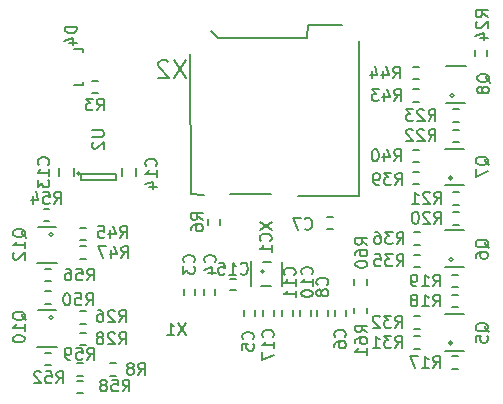
<source format=gbo>
G04 #@! TF.FileFunction,Legend,Bot*
%FSLAX46Y46*%
G04 Gerber Fmt 4.6, Leading zero omitted, Abs format (unit mm)*
G04 Created by KiCad (PCBNEW (2015-01-16 BZR 5376)-product) date 31.05.2015 18:22:37*
%MOMM*%
G01*
G04 APERTURE LIST*
%ADD10C,0.100000*%
%ADD11C,0.150000*%
%ADD12C,0.200000*%
G04 APERTURE END LIST*
D10*
D11*
X105835000Y-78955600D02*
X106419200Y-79514400D01*
X106419200Y-79514400D02*
X113988400Y-79565200D01*
X113988400Y-79565200D02*
X114039200Y-78396800D01*
X114039200Y-78396800D02*
X116934800Y-78447600D01*
X105225400Y-92824000D02*
X104133200Y-92773200D01*
X104133200Y-92773200D02*
X104082400Y-80860600D01*
X110940400Y-92747800D02*
X107409800Y-92773200D01*
X118357200Y-79793800D02*
X118357200Y-92925600D01*
X118357200Y-92925600D02*
X113201000Y-92925600D01*
X111175000Y-102550000D02*
X111175000Y-103050000D01*
X110225000Y-103050000D02*
X110225000Y-102550000D01*
X97250000Y-107075000D02*
X97750000Y-107075000D01*
X97750000Y-108125000D02*
X97250000Y-108125000D01*
X126750000Y-107525000D02*
X126250000Y-107525000D01*
X126250000Y-106475000D02*
X126750000Y-106475000D01*
X126750000Y-102325000D02*
X126250000Y-102325000D01*
X126250000Y-101275000D02*
X126750000Y-101275000D01*
X126750000Y-100625000D02*
X126250000Y-100625000D01*
X126250000Y-99575000D02*
X126750000Y-99575000D01*
X126850000Y-95325000D02*
X126350000Y-95325000D01*
X126350000Y-94275000D02*
X126850000Y-94275000D01*
X126850000Y-93625000D02*
X126350000Y-93625000D01*
X126350000Y-92575000D02*
X126850000Y-92575000D01*
X126850000Y-88325000D02*
X126350000Y-88325000D01*
X126350000Y-87275000D02*
X126850000Y-87275000D01*
X126850000Y-86625000D02*
X126350000Y-86625000D01*
X126350000Y-85575000D02*
X126850000Y-85575000D01*
X129225000Y-80550000D02*
X129225000Y-81050000D01*
X128175000Y-81050000D02*
X128175000Y-80550000D01*
X104475000Y-100750000D02*
X104475000Y-101250000D01*
X103525000Y-101250000D02*
X103525000Y-100750000D01*
X106175000Y-100750000D02*
X106175000Y-101250000D01*
X105225000Y-101250000D02*
X105225000Y-100750000D01*
X109575000Y-102550000D02*
X109575000Y-103050000D01*
X108625000Y-103050000D02*
X108625000Y-102550000D01*
X117275000Y-102550000D02*
X117275000Y-103050000D01*
X116325000Y-103050000D02*
X116325000Y-102550000D01*
X115650000Y-94725000D02*
X116150000Y-94725000D01*
X116150000Y-95675000D02*
X115650000Y-95675000D01*
X115775000Y-102550000D02*
X115775000Y-103050000D01*
X114825000Y-103050000D02*
X114825000Y-102550000D01*
X114275000Y-102550000D02*
X114275000Y-103050000D01*
X113325000Y-103050000D02*
X113325000Y-102550000D01*
X112775000Y-102550000D02*
X112775000Y-103050000D01*
X111825000Y-103050000D02*
X111825000Y-102550000D01*
X107450000Y-99925000D02*
X107950000Y-99925000D01*
X107950000Y-100875000D02*
X107450000Y-100875000D01*
X96250000Y-84225000D02*
X95750000Y-84225000D01*
X95750000Y-83175000D02*
X96250000Y-83175000D01*
X106625000Y-94850000D02*
X106625000Y-95350000D01*
X105575000Y-95350000D02*
X105575000Y-94850000D01*
X94700000Y-91000000D02*
G75*
G03X94700000Y-91000000I-100000J0D01*
G01*
X94850000Y-91550000D02*
X94850000Y-91050000D01*
X97750000Y-91550000D02*
X94850000Y-91550000D01*
X97750000Y-91050000D02*
X97750000Y-91550000D01*
X94850000Y-91050000D02*
X97750000Y-91050000D01*
X109200000Y-100500000D02*
X109200000Y-98400000D01*
X110100000Y-100500000D02*
X110900000Y-100500000D01*
X111800000Y-98500000D02*
X111800000Y-100500000D01*
X110200000Y-98500000D02*
X110900000Y-98500000D01*
X110300000Y-99300000D02*
G75*
G03X110300000Y-99300000I-100000J0D01*
G01*
X94750000Y-102675000D02*
X95250000Y-102675000D01*
X95250000Y-103725000D02*
X94750000Y-103725000D01*
X94750000Y-104475000D02*
X95250000Y-104475000D01*
X95250000Y-105525000D02*
X94750000Y-105525000D01*
X123550000Y-105825000D02*
X123050000Y-105825000D01*
X123050000Y-104775000D02*
X123550000Y-104775000D01*
X123550000Y-104125000D02*
X123050000Y-104125000D01*
X123050000Y-103075000D02*
X123550000Y-103075000D01*
X123550000Y-98925000D02*
X123050000Y-98925000D01*
X123050000Y-97875000D02*
X123550000Y-97875000D01*
X123550000Y-97025000D02*
X123050000Y-97025000D01*
X123050000Y-95975000D02*
X123550000Y-95975000D01*
X122950000Y-90875000D02*
X123450000Y-90875000D01*
X123450000Y-91925000D02*
X122950000Y-91925000D01*
X122950000Y-88975000D02*
X123450000Y-88975000D01*
X123450000Y-90025000D02*
X122950000Y-90025000D01*
X122950000Y-83875000D02*
X123450000Y-83875000D01*
X123450000Y-84925000D02*
X122950000Y-84925000D01*
X122950000Y-81975000D02*
X123450000Y-81975000D01*
X123450000Y-83025000D02*
X122950000Y-83025000D01*
X95250000Y-96625000D02*
X94750000Y-96625000D01*
X94750000Y-95575000D02*
X95250000Y-95575000D01*
X95250000Y-98225000D02*
X94750000Y-98225000D01*
X94750000Y-97175000D02*
X95250000Y-97175000D01*
X127281200Y-102910800D02*
X125604800Y-102910800D01*
X127230400Y-106009600D02*
X125655600Y-106009600D01*
X126284922Y-105372060D02*
G75*
G03X126284922Y-105372060I-167042J0D01*
G01*
X127281200Y-95810800D02*
X125604800Y-95810800D01*
X127230400Y-98909600D02*
X125655600Y-98909600D01*
X126284922Y-98272060D02*
G75*
G03X126284922Y-98272060I-167042J0D01*
G01*
X127281200Y-88910800D02*
X125604800Y-88910800D01*
X127230400Y-92009600D02*
X125655600Y-92009600D01*
X126284922Y-91372060D02*
G75*
G03X126284922Y-91372060I-167042J0D01*
G01*
X127381200Y-81910800D02*
X125704800Y-81910800D01*
X127330400Y-85009600D02*
X125755600Y-85009600D01*
X126384922Y-84372060D02*
G75*
G03X126384922Y-84372060I-167042J0D01*
G01*
X91118800Y-105689200D02*
X92795200Y-105689200D01*
X91169600Y-102590400D02*
X92744400Y-102590400D01*
X92449162Y-103227940D02*
G75*
G03X92449162Y-103227940I-167042J0D01*
G01*
X91118800Y-98589200D02*
X92795200Y-98589200D01*
X91169600Y-95490400D02*
X92744400Y-95490400D01*
X92449162Y-96127940D02*
G75*
G03X92449162Y-96127940I-167042J0D01*
G01*
X91750000Y-100975000D02*
X92250000Y-100975000D01*
X92250000Y-102025000D02*
X91750000Y-102025000D01*
X91750000Y-106175000D02*
X92250000Y-106175000D01*
X92250000Y-107225000D02*
X91750000Y-107225000D01*
X91650000Y-93975000D02*
X92150000Y-93975000D01*
X92150000Y-95025000D02*
X91650000Y-95025000D01*
X91750000Y-99075000D02*
X92250000Y-99075000D01*
X92250000Y-100125000D02*
X91750000Y-100125000D01*
X93000000Y-90550000D02*
X93000000Y-91250000D01*
X94200000Y-91250000D02*
X94200000Y-90550000D01*
X99500000Y-91250000D02*
X99500000Y-90550000D01*
X98300000Y-90550000D02*
X98300000Y-91250000D01*
X94450000Y-108575000D02*
X94950000Y-108575000D01*
X94950000Y-109625000D02*
X94450000Y-109625000D01*
X94450000Y-107075000D02*
X94950000Y-107075000D01*
X94950000Y-108125000D02*
X94450000Y-108125000D01*
X94950240Y-80700840D02*
X94950240Y-80749100D01*
X94249200Y-83499820D02*
X94950240Y-83499820D01*
X94950240Y-83499820D02*
X94950240Y-83250900D01*
X94950240Y-80700840D02*
X94950240Y-80500180D01*
X94950240Y-80500180D02*
X94249200Y-80500180D01*
X117975000Y-100450000D02*
X117975000Y-99950000D01*
X119025000Y-99950000D02*
X119025000Y-100450000D01*
X117975000Y-102850000D02*
X117975000Y-102350000D01*
X119025000Y-102350000D02*
X119025000Y-102850000D01*
X103714285Y-81378571D02*
X102714285Y-82878571D01*
X102714285Y-81378571D02*
X103714285Y-82878571D01*
X102214286Y-81521429D02*
X102142857Y-81450000D01*
X102000000Y-81378571D01*
X101642857Y-81378571D01*
X101500000Y-81450000D01*
X101428571Y-81521429D01*
X101357143Y-81664286D01*
X101357143Y-81807143D01*
X101428571Y-82021429D01*
X102285714Y-82878571D01*
X101357143Y-82878571D01*
X111057143Y-104857143D02*
X111104762Y-104809524D01*
X111152381Y-104666667D01*
X111152381Y-104571429D01*
X111104762Y-104428571D01*
X111009524Y-104333333D01*
X110914286Y-104285714D01*
X110723810Y-104238095D01*
X110580952Y-104238095D01*
X110390476Y-104285714D01*
X110295238Y-104333333D01*
X110200000Y-104428571D01*
X110152381Y-104571429D01*
X110152381Y-104666667D01*
X110200000Y-104809524D01*
X110247619Y-104857143D01*
X111152381Y-105809524D02*
X111152381Y-105238095D01*
X111152381Y-105523809D02*
X110152381Y-105523809D01*
X110295238Y-105428571D01*
X110390476Y-105333333D01*
X110438095Y-105238095D01*
X110152381Y-106142857D02*
X110152381Y-106809524D01*
X111152381Y-106380952D01*
X99666666Y-108052381D02*
X100000000Y-107576190D01*
X100238095Y-108052381D02*
X100238095Y-107052381D01*
X99857142Y-107052381D01*
X99761904Y-107100000D01*
X99714285Y-107147619D01*
X99666666Y-107242857D01*
X99666666Y-107385714D01*
X99714285Y-107480952D01*
X99761904Y-107528571D01*
X99857142Y-107576190D01*
X100238095Y-107576190D01*
X99095238Y-107480952D02*
X99190476Y-107433333D01*
X99238095Y-107385714D01*
X99285714Y-107290476D01*
X99285714Y-107242857D01*
X99238095Y-107147619D01*
X99190476Y-107100000D01*
X99095238Y-107052381D01*
X98904761Y-107052381D01*
X98809523Y-107100000D01*
X98761904Y-107147619D01*
X98714285Y-107242857D01*
X98714285Y-107290476D01*
X98761904Y-107385714D01*
X98809523Y-107433333D01*
X98904761Y-107480952D01*
X99095238Y-107480952D01*
X99190476Y-107528571D01*
X99238095Y-107576190D01*
X99285714Y-107671429D01*
X99285714Y-107861905D01*
X99238095Y-107957143D01*
X99190476Y-108004762D01*
X99095238Y-108052381D01*
X98904761Y-108052381D01*
X98809523Y-108004762D01*
X98761904Y-107957143D01*
X98714285Y-107861905D01*
X98714285Y-107671429D01*
X98761904Y-107576190D01*
X98809523Y-107528571D01*
X98904761Y-107480952D01*
X124642857Y-107452381D02*
X124976191Y-106976190D01*
X125214286Y-107452381D02*
X125214286Y-106452381D01*
X124833333Y-106452381D01*
X124738095Y-106500000D01*
X124690476Y-106547619D01*
X124642857Y-106642857D01*
X124642857Y-106785714D01*
X124690476Y-106880952D01*
X124738095Y-106928571D01*
X124833333Y-106976190D01*
X125214286Y-106976190D01*
X123690476Y-107452381D02*
X124261905Y-107452381D01*
X123976191Y-107452381D02*
X123976191Y-106452381D01*
X124071429Y-106595238D01*
X124166667Y-106690476D01*
X124261905Y-106738095D01*
X123357143Y-106452381D02*
X122690476Y-106452381D01*
X123119048Y-107452381D01*
X124642857Y-102252381D02*
X124976191Y-101776190D01*
X125214286Y-102252381D02*
X125214286Y-101252381D01*
X124833333Y-101252381D01*
X124738095Y-101300000D01*
X124690476Y-101347619D01*
X124642857Y-101442857D01*
X124642857Y-101585714D01*
X124690476Y-101680952D01*
X124738095Y-101728571D01*
X124833333Y-101776190D01*
X125214286Y-101776190D01*
X123690476Y-102252381D02*
X124261905Y-102252381D01*
X123976191Y-102252381D02*
X123976191Y-101252381D01*
X124071429Y-101395238D01*
X124166667Y-101490476D01*
X124261905Y-101538095D01*
X123119048Y-101680952D02*
X123214286Y-101633333D01*
X123261905Y-101585714D01*
X123309524Y-101490476D01*
X123309524Y-101442857D01*
X123261905Y-101347619D01*
X123214286Y-101300000D01*
X123119048Y-101252381D01*
X122928571Y-101252381D01*
X122833333Y-101300000D01*
X122785714Y-101347619D01*
X122738095Y-101442857D01*
X122738095Y-101490476D01*
X122785714Y-101585714D01*
X122833333Y-101633333D01*
X122928571Y-101680952D01*
X123119048Y-101680952D01*
X123214286Y-101728571D01*
X123261905Y-101776190D01*
X123309524Y-101871429D01*
X123309524Y-102061905D01*
X123261905Y-102157143D01*
X123214286Y-102204762D01*
X123119048Y-102252381D01*
X122928571Y-102252381D01*
X122833333Y-102204762D01*
X122785714Y-102157143D01*
X122738095Y-102061905D01*
X122738095Y-101871429D01*
X122785714Y-101776190D01*
X122833333Y-101728571D01*
X122928571Y-101680952D01*
X124642857Y-100552381D02*
X124976191Y-100076190D01*
X125214286Y-100552381D02*
X125214286Y-99552381D01*
X124833333Y-99552381D01*
X124738095Y-99600000D01*
X124690476Y-99647619D01*
X124642857Y-99742857D01*
X124642857Y-99885714D01*
X124690476Y-99980952D01*
X124738095Y-100028571D01*
X124833333Y-100076190D01*
X125214286Y-100076190D01*
X123690476Y-100552381D02*
X124261905Y-100552381D01*
X123976191Y-100552381D02*
X123976191Y-99552381D01*
X124071429Y-99695238D01*
X124166667Y-99790476D01*
X124261905Y-99838095D01*
X123214286Y-100552381D02*
X123023810Y-100552381D01*
X122928571Y-100504762D01*
X122880952Y-100457143D01*
X122785714Y-100314286D01*
X122738095Y-100123810D01*
X122738095Y-99742857D01*
X122785714Y-99647619D01*
X122833333Y-99600000D01*
X122928571Y-99552381D01*
X123119048Y-99552381D01*
X123214286Y-99600000D01*
X123261905Y-99647619D01*
X123309524Y-99742857D01*
X123309524Y-99980952D01*
X123261905Y-100076190D01*
X123214286Y-100123810D01*
X123119048Y-100171429D01*
X122928571Y-100171429D01*
X122833333Y-100123810D01*
X122785714Y-100076190D01*
X122738095Y-99980952D01*
X124742857Y-95252381D02*
X125076191Y-94776190D01*
X125314286Y-95252381D02*
X125314286Y-94252381D01*
X124933333Y-94252381D01*
X124838095Y-94300000D01*
X124790476Y-94347619D01*
X124742857Y-94442857D01*
X124742857Y-94585714D01*
X124790476Y-94680952D01*
X124838095Y-94728571D01*
X124933333Y-94776190D01*
X125314286Y-94776190D01*
X124361905Y-94347619D02*
X124314286Y-94300000D01*
X124219048Y-94252381D01*
X123980952Y-94252381D01*
X123885714Y-94300000D01*
X123838095Y-94347619D01*
X123790476Y-94442857D01*
X123790476Y-94538095D01*
X123838095Y-94680952D01*
X124409524Y-95252381D01*
X123790476Y-95252381D01*
X123171429Y-94252381D02*
X123076190Y-94252381D01*
X122980952Y-94300000D01*
X122933333Y-94347619D01*
X122885714Y-94442857D01*
X122838095Y-94633333D01*
X122838095Y-94871429D01*
X122885714Y-95061905D01*
X122933333Y-95157143D01*
X122980952Y-95204762D01*
X123076190Y-95252381D01*
X123171429Y-95252381D01*
X123266667Y-95204762D01*
X123314286Y-95157143D01*
X123361905Y-95061905D01*
X123409524Y-94871429D01*
X123409524Y-94633333D01*
X123361905Y-94442857D01*
X123314286Y-94347619D01*
X123266667Y-94300000D01*
X123171429Y-94252381D01*
X124742857Y-93552381D02*
X125076191Y-93076190D01*
X125314286Y-93552381D02*
X125314286Y-92552381D01*
X124933333Y-92552381D01*
X124838095Y-92600000D01*
X124790476Y-92647619D01*
X124742857Y-92742857D01*
X124742857Y-92885714D01*
X124790476Y-92980952D01*
X124838095Y-93028571D01*
X124933333Y-93076190D01*
X125314286Y-93076190D01*
X124361905Y-92647619D02*
X124314286Y-92600000D01*
X124219048Y-92552381D01*
X123980952Y-92552381D01*
X123885714Y-92600000D01*
X123838095Y-92647619D01*
X123790476Y-92742857D01*
X123790476Y-92838095D01*
X123838095Y-92980952D01*
X124409524Y-93552381D01*
X123790476Y-93552381D01*
X122838095Y-93552381D02*
X123409524Y-93552381D01*
X123123810Y-93552381D02*
X123123810Y-92552381D01*
X123219048Y-92695238D01*
X123314286Y-92790476D01*
X123409524Y-92838095D01*
X124242857Y-88252381D02*
X124576191Y-87776190D01*
X124814286Y-88252381D02*
X124814286Y-87252381D01*
X124433333Y-87252381D01*
X124338095Y-87300000D01*
X124290476Y-87347619D01*
X124242857Y-87442857D01*
X124242857Y-87585714D01*
X124290476Y-87680952D01*
X124338095Y-87728571D01*
X124433333Y-87776190D01*
X124814286Y-87776190D01*
X123861905Y-87347619D02*
X123814286Y-87300000D01*
X123719048Y-87252381D01*
X123480952Y-87252381D01*
X123385714Y-87300000D01*
X123338095Y-87347619D01*
X123290476Y-87442857D01*
X123290476Y-87538095D01*
X123338095Y-87680952D01*
X123909524Y-88252381D01*
X123290476Y-88252381D01*
X122909524Y-87347619D02*
X122861905Y-87300000D01*
X122766667Y-87252381D01*
X122528571Y-87252381D01*
X122433333Y-87300000D01*
X122385714Y-87347619D01*
X122338095Y-87442857D01*
X122338095Y-87538095D01*
X122385714Y-87680952D01*
X122957143Y-88252381D01*
X122338095Y-88252381D01*
X124242857Y-86552381D02*
X124576191Y-86076190D01*
X124814286Y-86552381D02*
X124814286Y-85552381D01*
X124433333Y-85552381D01*
X124338095Y-85600000D01*
X124290476Y-85647619D01*
X124242857Y-85742857D01*
X124242857Y-85885714D01*
X124290476Y-85980952D01*
X124338095Y-86028571D01*
X124433333Y-86076190D01*
X124814286Y-86076190D01*
X123861905Y-85647619D02*
X123814286Y-85600000D01*
X123719048Y-85552381D01*
X123480952Y-85552381D01*
X123385714Y-85600000D01*
X123338095Y-85647619D01*
X123290476Y-85742857D01*
X123290476Y-85838095D01*
X123338095Y-85980952D01*
X123909524Y-86552381D01*
X123290476Y-86552381D01*
X122957143Y-85552381D02*
X122338095Y-85552381D01*
X122671429Y-85933333D01*
X122528571Y-85933333D01*
X122433333Y-85980952D01*
X122385714Y-86028571D01*
X122338095Y-86123810D01*
X122338095Y-86361905D01*
X122385714Y-86457143D01*
X122433333Y-86504762D01*
X122528571Y-86552381D01*
X122814286Y-86552381D01*
X122909524Y-86504762D01*
X122957143Y-86457143D01*
X129252381Y-77757143D02*
X128776190Y-77423809D01*
X129252381Y-77185714D02*
X128252381Y-77185714D01*
X128252381Y-77566667D01*
X128300000Y-77661905D01*
X128347619Y-77709524D01*
X128442857Y-77757143D01*
X128585714Y-77757143D01*
X128680952Y-77709524D01*
X128728571Y-77661905D01*
X128776190Y-77566667D01*
X128776190Y-77185714D01*
X128347619Y-78138095D02*
X128300000Y-78185714D01*
X128252381Y-78280952D01*
X128252381Y-78519048D01*
X128300000Y-78614286D01*
X128347619Y-78661905D01*
X128442857Y-78709524D01*
X128538095Y-78709524D01*
X128680952Y-78661905D01*
X129252381Y-78090476D01*
X129252381Y-78709524D01*
X128585714Y-79566667D02*
X129252381Y-79566667D01*
X128204762Y-79328571D02*
X128919048Y-79090476D01*
X128919048Y-79709524D01*
X104357143Y-98533334D02*
X104404762Y-98485715D01*
X104452381Y-98342858D01*
X104452381Y-98247620D01*
X104404762Y-98104762D01*
X104309524Y-98009524D01*
X104214286Y-97961905D01*
X104023810Y-97914286D01*
X103880952Y-97914286D01*
X103690476Y-97961905D01*
X103595238Y-98009524D01*
X103500000Y-98104762D01*
X103452381Y-98247620D01*
X103452381Y-98342858D01*
X103500000Y-98485715D01*
X103547619Y-98533334D01*
X103452381Y-98866667D02*
X103452381Y-99485715D01*
X103833333Y-99152381D01*
X103833333Y-99295239D01*
X103880952Y-99390477D01*
X103928571Y-99438096D01*
X104023810Y-99485715D01*
X104261905Y-99485715D01*
X104357143Y-99438096D01*
X104404762Y-99390477D01*
X104452381Y-99295239D01*
X104452381Y-99009524D01*
X104404762Y-98914286D01*
X104357143Y-98866667D01*
X106157143Y-98533334D02*
X106204762Y-98485715D01*
X106252381Y-98342858D01*
X106252381Y-98247620D01*
X106204762Y-98104762D01*
X106109524Y-98009524D01*
X106014286Y-97961905D01*
X105823810Y-97914286D01*
X105680952Y-97914286D01*
X105490476Y-97961905D01*
X105395238Y-98009524D01*
X105300000Y-98104762D01*
X105252381Y-98247620D01*
X105252381Y-98342858D01*
X105300000Y-98485715D01*
X105347619Y-98533334D01*
X105585714Y-99390477D02*
X106252381Y-99390477D01*
X105204762Y-99152381D02*
X105919048Y-98914286D01*
X105919048Y-99533334D01*
X109357143Y-105033334D02*
X109404762Y-104985715D01*
X109452381Y-104842858D01*
X109452381Y-104747620D01*
X109404762Y-104604762D01*
X109309524Y-104509524D01*
X109214286Y-104461905D01*
X109023810Y-104414286D01*
X108880952Y-104414286D01*
X108690476Y-104461905D01*
X108595238Y-104509524D01*
X108500000Y-104604762D01*
X108452381Y-104747620D01*
X108452381Y-104842858D01*
X108500000Y-104985715D01*
X108547619Y-105033334D01*
X108452381Y-105938096D02*
X108452381Y-105461905D01*
X108928571Y-105414286D01*
X108880952Y-105461905D01*
X108833333Y-105557143D01*
X108833333Y-105795239D01*
X108880952Y-105890477D01*
X108928571Y-105938096D01*
X109023810Y-105985715D01*
X109261905Y-105985715D01*
X109357143Y-105938096D01*
X109404762Y-105890477D01*
X109452381Y-105795239D01*
X109452381Y-105557143D01*
X109404762Y-105461905D01*
X109357143Y-105414286D01*
X117157143Y-104833334D02*
X117204762Y-104785715D01*
X117252381Y-104642858D01*
X117252381Y-104547620D01*
X117204762Y-104404762D01*
X117109524Y-104309524D01*
X117014286Y-104261905D01*
X116823810Y-104214286D01*
X116680952Y-104214286D01*
X116490476Y-104261905D01*
X116395238Y-104309524D01*
X116300000Y-104404762D01*
X116252381Y-104547620D01*
X116252381Y-104642858D01*
X116300000Y-104785715D01*
X116347619Y-104833334D01*
X116252381Y-105690477D02*
X116252381Y-105500000D01*
X116300000Y-105404762D01*
X116347619Y-105357143D01*
X116490476Y-105261905D01*
X116680952Y-105214286D01*
X117061905Y-105214286D01*
X117157143Y-105261905D01*
X117204762Y-105309524D01*
X117252381Y-105404762D01*
X117252381Y-105595239D01*
X117204762Y-105690477D01*
X117157143Y-105738096D01*
X117061905Y-105785715D01*
X116823810Y-105785715D01*
X116728571Y-105738096D01*
X116680952Y-105690477D01*
X116633333Y-105595239D01*
X116633333Y-105404762D01*
X116680952Y-105309524D01*
X116728571Y-105261905D01*
X116823810Y-105214286D01*
X113766666Y-95657143D02*
X113814285Y-95704762D01*
X113957142Y-95752381D01*
X114052380Y-95752381D01*
X114195238Y-95704762D01*
X114290476Y-95609524D01*
X114338095Y-95514286D01*
X114385714Y-95323810D01*
X114385714Y-95180952D01*
X114338095Y-94990476D01*
X114290476Y-94895238D01*
X114195238Y-94800000D01*
X114052380Y-94752381D01*
X113957142Y-94752381D01*
X113814285Y-94800000D01*
X113766666Y-94847619D01*
X113433333Y-94752381D02*
X112766666Y-94752381D01*
X113195238Y-95752381D01*
X115657143Y-100433334D02*
X115704762Y-100385715D01*
X115752381Y-100242858D01*
X115752381Y-100147620D01*
X115704762Y-100004762D01*
X115609524Y-99909524D01*
X115514286Y-99861905D01*
X115323810Y-99814286D01*
X115180952Y-99814286D01*
X114990476Y-99861905D01*
X114895238Y-99909524D01*
X114800000Y-100004762D01*
X114752381Y-100147620D01*
X114752381Y-100242858D01*
X114800000Y-100385715D01*
X114847619Y-100433334D01*
X115180952Y-101004762D02*
X115133333Y-100909524D01*
X115085714Y-100861905D01*
X114990476Y-100814286D01*
X114942857Y-100814286D01*
X114847619Y-100861905D01*
X114800000Y-100909524D01*
X114752381Y-101004762D01*
X114752381Y-101195239D01*
X114800000Y-101290477D01*
X114847619Y-101338096D01*
X114942857Y-101385715D01*
X114990476Y-101385715D01*
X115085714Y-101338096D01*
X115133333Y-101290477D01*
X115180952Y-101195239D01*
X115180952Y-101004762D01*
X115228571Y-100909524D01*
X115276190Y-100861905D01*
X115371429Y-100814286D01*
X115561905Y-100814286D01*
X115657143Y-100861905D01*
X115704762Y-100909524D01*
X115752381Y-101004762D01*
X115752381Y-101195239D01*
X115704762Y-101290477D01*
X115657143Y-101338096D01*
X115561905Y-101385715D01*
X115371429Y-101385715D01*
X115276190Y-101338096D01*
X115228571Y-101290477D01*
X115180952Y-101195239D01*
X114357143Y-99547143D02*
X114404762Y-99499524D01*
X114452381Y-99356667D01*
X114452381Y-99261429D01*
X114404762Y-99118571D01*
X114309524Y-99023333D01*
X114214286Y-98975714D01*
X114023810Y-98928095D01*
X113880952Y-98928095D01*
X113690476Y-98975714D01*
X113595238Y-99023333D01*
X113500000Y-99118571D01*
X113452381Y-99261429D01*
X113452381Y-99356667D01*
X113500000Y-99499524D01*
X113547619Y-99547143D01*
X114452381Y-100499524D02*
X114452381Y-99928095D01*
X114452381Y-100213809D02*
X113452381Y-100213809D01*
X113595238Y-100118571D01*
X113690476Y-100023333D01*
X113738095Y-99928095D01*
X113452381Y-101118571D02*
X113452381Y-101213810D01*
X113500000Y-101309048D01*
X113547619Y-101356667D01*
X113642857Y-101404286D01*
X113833333Y-101451905D01*
X114071429Y-101451905D01*
X114261905Y-101404286D01*
X114357143Y-101356667D01*
X114404762Y-101309048D01*
X114452381Y-101213810D01*
X114452381Y-101118571D01*
X114404762Y-101023333D01*
X114357143Y-100975714D01*
X114261905Y-100928095D01*
X114071429Y-100880476D01*
X113833333Y-100880476D01*
X113642857Y-100928095D01*
X113547619Y-100975714D01*
X113500000Y-101023333D01*
X113452381Y-101118571D01*
X112897143Y-99587143D02*
X112944762Y-99539524D01*
X112992381Y-99396667D01*
X112992381Y-99301429D01*
X112944762Y-99158571D01*
X112849524Y-99063333D01*
X112754286Y-99015714D01*
X112563810Y-98968095D01*
X112420952Y-98968095D01*
X112230476Y-99015714D01*
X112135238Y-99063333D01*
X112040000Y-99158571D01*
X111992381Y-99301429D01*
X111992381Y-99396667D01*
X112040000Y-99539524D01*
X112087619Y-99587143D01*
X112992381Y-100539524D02*
X112992381Y-99968095D01*
X112992381Y-100253809D02*
X111992381Y-100253809D01*
X112135238Y-100158571D01*
X112230476Y-100063333D01*
X112278095Y-99968095D01*
X112992381Y-101491905D02*
X112992381Y-100920476D01*
X112992381Y-101206190D02*
X111992381Y-101206190D01*
X112135238Y-101110952D01*
X112230476Y-101015714D01*
X112278095Y-100920476D01*
X108342857Y-99457143D02*
X108390476Y-99504762D01*
X108533333Y-99552381D01*
X108628571Y-99552381D01*
X108771429Y-99504762D01*
X108866667Y-99409524D01*
X108914286Y-99314286D01*
X108961905Y-99123810D01*
X108961905Y-98980952D01*
X108914286Y-98790476D01*
X108866667Y-98695238D01*
X108771429Y-98600000D01*
X108628571Y-98552381D01*
X108533333Y-98552381D01*
X108390476Y-98600000D01*
X108342857Y-98647619D01*
X107390476Y-99552381D02*
X107961905Y-99552381D01*
X107676191Y-99552381D02*
X107676191Y-98552381D01*
X107771429Y-98695238D01*
X107866667Y-98790476D01*
X107961905Y-98838095D01*
X106485714Y-98552381D02*
X106961905Y-98552381D01*
X107009524Y-99028571D01*
X106961905Y-98980952D01*
X106866667Y-98933333D01*
X106628571Y-98933333D01*
X106533333Y-98980952D01*
X106485714Y-99028571D01*
X106438095Y-99123810D01*
X106438095Y-99361905D01*
X106485714Y-99457143D01*
X106533333Y-99504762D01*
X106628571Y-99552381D01*
X106866667Y-99552381D01*
X106961905Y-99504762D01*
X107009524Y-99457143D01*
X96166666Y-85652381D02*
X96500000Y-85176190D01*
X96738095Y-85652381D02*
X96738095Y-84652381D01*
X96357142Y-84652381D01*
X96261904Y-84700000D01*
X96214285Y-84747619D01*
X96166666Y-84842857D01*
X96166666Y-84985714D01*
X96214285Y-85080952D01*
X96261904Y-85128571D01*
X96357142Y-85176190D01*
X96738095Y-85176190D01*
X95833333Y-84652381D02*
X95214285Y-84652381D01*
X95547619Y-85033333D01*
X95404761Y-85033333D01*
X95309523Y-85080952D01*
X95261904Y-85128571D01*
X95214285Y-85223810D01*
X95214285Y-85461905D01*
X95261904Y-85557143D01*
X95309523Y-85604762D01*
X95404761Y-85652381D01*
X95690476Y-85652381D01*
X95785714Y-85604762D01*
X95833333Y-85557143D01*
X105152381Y-94933334D02*
X104676190Y-94600000D01*
X105152381Y-94361905D02*
X104152381Y-94361905D01*
X104152381Y-94742858D01*
X104200000Y-94838096D01*
X104247619Y-94885715D01*
X104342857Y-94933334D01*
X104485714Y-94933334D01*
X104580952Y-94885715D01*
X104628571Y-94838096D01*
X104676190Y-94742858D01*
X104676190Y-94361905D01*
X104152381Y-95790477D02*
X104152381Y-95600000D01*
X104200000Y-95504762D01*
X104247619Y-95457143D01*
X104390476Y-95361905D01*
X104580952Y-95314286D01*
X104961905Y-95314286D01*
X105057143Y-95361905D01*
X105104762Y-95409524D01*
X105152381Y-95504762D01*
X105152381Y-95695239D01*
X105104762Y-95790477D01*
X105057143Y-95838096D01*
X104961905Y-95885715D01*
X104723810Y-95885715D01*
X104628571Y-95838096D01*
X104580952Y-95790477D01*
X104533333Y-95695239D01*
X104533333Y-95504762D01*
X104580952Y-95409524D01*
X104628571Y-95361905D01*
X104723810Y-95314286D01*
D12*
X95752381Y-87338095D02*
X96561905Y-87338095D01*
X96657143Y-87385714D01*
X96704762Y-87433333D01*
X96752381Y-87528571D01*
X96752381Y-87719048D01*
X96704762Y-87814286D01*
X96657143Y-87861905D01*
X96561905Y-87909524D01*
X95752381Y-87909524D01*
X95847619Y-88338095D02*
X95800000Y-88385714D01*
X95752381Y-88480952D01*
X95752381Y-88719048D01*
X95800000Y-88814286D01*
X95847619Y-88861905D01*
X95942857Y-88909524D01*
X96038095Y-88909524D01*
X96180952Y-88861905D01*
X96752381Y-88290476D01*
X96752381Y-88909524D01*
D11*
X109952381Y-95090476D02*
X110952381Y-95757143D01*
X109952381Y-95757143D02*
X110952381Y-95090476D01*
X110857143Y-96709524D02*
X110904762Y-96661905D01*
X110952381Y-96519048D01*
X110952381Y-96423810D01*
X110904762Y-96280952D01*
X110809524Y-96185714D01*
X110714286Y-96138095D01*
X110523810Y-96090476D01*
X110380952Y-96090476D01*
X110190476Y-96138095D01*
X110095238Y-96185714D01*
X110000000Y-96280952D01*
X109952381Y-96423810D01*
X109952381Y-96519048D01*
X110000000Y-96661905D01*
X110047619Y-96709524D01*
X110952381Y-97661905D02*
X110952381Y-97090476D01*
X110952381Y-97376190D02*
X109952381Y-97376190D01*
X110095238Y-97280952D01*
X110190476Y-97185714D01*
X110238095Y-97090476D01*
X98042857Y-103552381D02*
X98376191Y-103076190D01*
X98614286Y-103552381D02*
X98614286Y-102552381D01*
X98233333Y-102552381D01*
X98138095Y-102600000D01*
X98090476Y-102647619D01*
X98042857Y-102742857D01*
X98042857Y-102885714D01*
X98090476Y-102980952D01*
X98138095Y-103028571D01*
X98233333Y-103076190D01*
X98614286Y-103076190D01*
X97661905Y-102647619D02*
X97614286Y-102600000D01*
X97519048Y-102552381D01*
X97280952Y-102552381D01*
X97185714Y-102600000D01*
X97138095Y-102647619D01*
X97090476Y-102742857D01*
X97090476Y-102838095D01*
X97138095Y-102980952D01*
X97709524Y-103552381D01*
X97090476Y-103552381D01*
X96233333Y-102552381D02*
X96423810Y-102552381D01*
X96519048Y-102600000D01*
X96566667Y-102647619D01*
X96661905Y-102790476D01*
X96709524Y-102980952D01*
X96709524Y-103361905D01*
X96661905Y-103457143D01*
X96614286Y-103504762D01*
X96519048Y-103552381D01*
X96328571Y-103552381D01*
X96233333Y-103504762D01*
X96185714Y-103457143D01*
X96138095Y-103361905D01*
X96138095Y-103123810D01*
X96185714Y-103028571D01*
X96233333Y-102980952D01*
X96328571Y-102933333D01*
X96519048Y-102933333D01*
X96614286Y-102980952D01*
X96661905Y-103028571D01*
X96709524Y-103123810D01*
X98042857Y-105452381D02*
X98376191Y-104976190D01*
X98614286Y-105452381D02*
X98614286Y-104452381D01*
X98233333Y-104452381D01*
X98138095Y-104500000D01*
X98090476Y-104547619D01*
X98042857Y-104642857D01*
X98042857Y-104785714D01*
X98090476Y-104880952D01*
X98138095Y-104928571D01*
X98233333Y-104976190D01*
X98614286Y-104976190D01*
X97661905Y-104547619D02*
X97614286Y-104500000D01*
X97519048Y-104452381D01*
X97280952Y-104452381D01*
X97185714Y-104500000D01*
X97138095Y-104547619D01*
X97090476Y-104642857D01*
X97090476Y-104738095D01*
X97138095Y-104880952D01*
X97709524Y-105452381D01*
X97090476Y-105452381D01*
X96519048Y-104880952D02*
X96614286Y-104833333D01*
X96661905Y-104785714D01*
X96709524Y-104690476D01*
X96709524Y-104642857D01*
X96661905Y-104547619D01*
X96614286Y-104500000D01*
X96519048Y-104452381D01*
X96328571Y-104452381D01*
X96233333Y-104500000D01*
X96185714Y-104547619D01*
X96138095Y-104642857D01*
X96138095Y-104690476D01*
X96185714Y-104785714D01*
X96233333Y-104833333D01*
X96328571Y-104880952D01*
X96519048Y-104880952D01*
X96614286Y-104928571D01*
X96661905Y-104976190D01*
X96709524Y-105071429D01*
X96709524Y-105261905D01*
X96661905Y-105357143D01*
X96614286Y-105404762D01*
X96519048Y-105452381D01*
X96328571Y-105452381D01*
X96233333Y-105404762D01*
X96185714Y-105357143D01*
X96138095Y-105261905D01*
X96138095Y-105071429D01*
X96185714Y-104976190D01*
X96233333Y-104928571D01*
X96328571Y-104880952D01*
X121442857Y-105752381D02*
X121776191Y-105276190D01*
X122014286Y-105752381D02*
X122014286Y-104752381D01*
X121633333Y-104752381D01*
X121538095Y-104800000D01*
X121490476Y-104847619D01*
X121442857Y-104942857D01*
X121442857Y-105085714D01*
X121490476Y-105180952D01*
X121538095Y-105228571D01*
X121633333Y-105276190D01*
X122014286Y-105276190D01*
X121109524Y-104752381D02*
X120490476Y-104752381D01*
X120823810Y-105133333D01*
X120680952Y-105133333D01*
X120585714Y-105180952D01*
X120538095Y-105228571D01*
X120490476Y-105323810D01*
X120490476Y-105561905D01*
X120538095Y-105657143D01*
X120585714Y-105704762D01*
X120680952Y-105752381D01*
X120966667Y-105752381D01*
X121061905Y-105704762D01*
X121109524Y-105657143D01*
X119538095Y-105752381D02*
X120109524Y-105752381D01*
X119823810Y-105752381D02*
X119823810Y-104752381D01*
X119919048Y-104895238D01*
X120014286Y-104990476D01*
X120109524Y-105038095D01*
X121442857Y-104052381D02*
X121776191Y-103576190D01*
X122014286Y-104052381D02*
X122014286Y-103052381D01*
X121633333Y-103052381D01*
X121538095Y-103100000D01*
X121490476Y-103147619D01*
X121442857Y-103242857D01*
X121442857Y-103385714D01*
X121490476Y-103480952D01*
X121538095Y-103528571D01*
X121633333Y-103576190D01*
X122014286Y-103576190D01*
X121109524Y-103052381D02*
X120490476Y-103052381D01*
X120823810Y-103433333D01*
X120680952Y-103433333D01*
X120585714Y-103480952D01*
X120538095Y-103528571D01*
X120490476Y-103623810D01*
X120490476Y-103861905D01*
X120538095Y-103957143D01*
X120585714Y-104004762D01*
X120680952Y-104052381D01*
X120966667Y-104052381D01*
X121061905Y-104004762D01*
X121109524Y-103957143D01*
X120109524Y-103147619D02*
X120061905Y-103100000D01*
X119966667Y-103052381D01*
X119728571Y-103052381D01*
X119633333Y-103100000D01*
X119585714Y-103147619D01*
X119538095Y-103242857D01*
X119538095Y-103338095D01*
X119585714Y-103480952D01*
X120157143Y-104052381D01*
X119538095Y-104052381D01*
X121542857Y-98852381D02*
X121876191Y-98376190D01*
X122114286Y-98852381D02*
X122114286Y-97852381D01*
X121733333Y-97852381D01*
X121638095Y-97900000D01*
X121590476Y-97947619D01*
X121542857Y-98042857D01*
X121542857Y-98185714D01*
X121590476Y-98280952D01*
X121638095Y-98328571D01*
X121733333Y-98376190D01*
X122114286Y-98376190D01*
X121209524Y-97852381D02*
X120590476Y-97852381D01*
X120923810Y-98233333D01*
X120780952Y-98233333D01*
X120685714Y-98280952D01*
X120638095Y-98328571D01*
X120590476Y-98423810D01*
X120590476Y-98661905D01*
X120638095Y-98757143D01*
X120685714Y-98804762D01*
X120780952Y-98852381D01*
X121066667Y-98852381D01*
X121161905Y-98804762D01*
X121209524Y-98757143D01*
X119685714Y-97852381D02*
X120161905Y-97852381D01*
X120209524Y-98328571D01*
X120161905Y-98280952D01*
X120066667Y-98233333D01*
X119828571Y-98233333D01*
X119733333Y-98280952D01*
X119685714Y-98328571D01*
X119638095Y-98423810D01*
X119638095Y-98661905D01*
X119685714Y-98757143D01*
X119733333Y-98804762D01*
X119828571Y-98852381D01*
X120066667Y-98852381D01*
X120161905Y-98804762D01*
X120209524Y-98757143D01*
X121542857Y-96952381D02*
X121876191Y-96476190D01*
X122114286Y-96952381D02*
X122114286Y-95952381D01*
X121733333Y-95952381D01*
X121638095Y-96000000D01*
X121590476Y-96047619D01*
X121542857Y-96142857D01*
X121542857Y-96285714D01*
X121590476Y-96380952D01*
X121638095Y-96428571D01*
X121733333Y-96476190D01*
X122114286Y-96476190D01*
X121209524Y-95952381D02*
X120590476Y-95952381D01*
X120923810Y-96333333D01*
X120780952Y-96333333D01*
X120685714Y-96380952D01*
X120638095Y-96428571D01*
X120590476Y-96523810D01*
X120590476Y-96761905D01*
X120638095Y-96857143D01*
X120685714Y-96904762D01*
X120780952Y-96952381D01*
X121066667Y-96952381D01*
X121161905Y-96904762D01*
X121209524Y-96857143D01*
X119733333Y-95952381D02*
X119923810Y-95952381D01*
X120019048Y-96000000D01*
X120066667Y-96047619D01*
X120161905Y-96190476D01*
X120209524Y-96380952D01*
X120209524Y-96761905D01*
X120161905Y-96857143D01*
X120114286Y-96904762D01*
X120019048Y-96952381D01*
X119828571Y-96952381D01*
X119733333Y-96904762D01*
X119685714Y-96857143D01*
X119638095Y-96761905D01*
X119638095Y-96523810D01*
X119685714Y-96428571D01*
X119733333Y-96380952D01*
X119828571Y-96333333D01*
X120019048Y-96333333D01*
X120114286Y-96380952D01*
X120161905Y-96428571D01*
X120209524Y-96523810D01*
X121442857Y-91952381D02*
X121776191Y-91476190D01*
X122014286Y-91952381D02*
X122014286Y-90952381D01*
X121633333Y-90952381D01*
X121538095Y-91000000D01*
X121490476Y-91047619D01*
X121442857Y-91142857D01*
X121442857Y-91285714D01*
X121490476Y-91380952D01*
X121538095Y-91428571D01*
X121633333Y-91476190D01*
X122014286Y-91476190D01*
X121109524Y-90952381D02*
X120490476Y-90952381D01*
X120823810Y-91333333D01*
X120680952Y-91333333D01*
X120585714Y-91380952D01*
X120538095Y-91428571D01*
X120490476Y-91523810D01*
X120490476Y-91761905D01*
X120538095Y-91857143D01*
X120585714Y-91904762D01*
X120680952Y-91952381D01*
X120966667Y-91952381D01*
X121061905Y-91904762D01*
X121109524Y-91857143D01*
X120014286Y-91952381D02*
X119823810Y-91952381D01*
X119728571Y-91904762D01*
X119680952Y-91857143D01*
X119585714Y-91714286D01*
X119538095Y-91523810D01*
X119538095Y-91142857D01*
X119585714Y-91047619D01*
X119633333Y-91000000D01*
X119728571Y-90952381D01*
X119919048Y-90952381D01*
X120014286Y-91000000D01*
X120061905Y-91047619D01*
X120109524Y-91142857D01*
X120109524Y-91380952D01*
X120061905Y-91476190D01*
X120014286Y-91523810D01*
X119919048Y-91571429D01*
X119728571Y-91571429D01*
X119633333Y-91523810D01*
X119585714Y-91476190D01*
X119538095Y-91380952D01*
X121342857Y-89952381D02*
X121676191Y-89476190D01*
X121914286Y-89952381D02*
X121914286Y-88952381D01*
X121533333Y-88952381D01*
X121438095Y-89000000D01*
X121390476Y-89047619D01*
X121342857Y-89142857D01*
X121342857Y-89285714D01*
X121390476Y-89380952D01*
X121438095Y-89428571D01*
X121533333Y-89476190D01*
X121914286Y-89476190D01*
X120485714Y-89285714D02*
X120485714Y-89952381D01*
X120723810Y-88904762D02*
X120961905Y-89619048D01*
X120342857Y-89619048D01*
X119771429Y-88952381D02*
X119676190Y-88952381D01*
X119580952Y-89000000D01*
X119533333Y-89047619D01*
X119485714Y-89142857D01*
X119438095Y-89333333D01*
X119438095Y-89571429D01*
X119485714Y-89761905D01*
X119533333Y-89857143D01*
X119580952Y-89904762D01*
X119676190Y-89952381D01*
X119771429Y-89952381D01*
X119866667Y-89904762D01*
X119914286Y-89857143D01*
X119961905Y-89761905D01*
X120009524Y-89571429D01*
X120009524Y-89333333D01*
X119961905Y-89142857D01*
X119914286Y-89047619D01*
X119866667Y-89000000D01*
X119771429Y-88952381D01*
X121342857Y-84852381D02*
X121676191Y-84376190D01*
X121914286Y-84852381D02*
X121914286Y-83852381D01*
X121533333Y-83852381D01*
X121438095Y-83900000D01*
X121390476Y-83947619D01*
X121342857Y-84042857D01*
X121342857Y-84185714D01*
X121390476Y-84280952D01*
X121438095Y-84328571D01*
X121533333Y-84376190D01*
X121914286Y-84376190D01*
X120485714Y-84185714D02*
X120485714Y-84852381D01*
X120723810Y-83804762D02*
X120961905Y-84519048D01*
X120342857Y-84519048D01*
X120057143Y-83852381D02*
X119438095Y-83852381D01*
X119771429Y-84233333D01*
X119628571Y-84233333D01*
X119533333Y-84280952D01*
X119485714Y-84328571D01*
X119438095Y-84423810D01*
X119438095Y-84661905D01*
X119485714Y-84757143D01*
X119533333Y-84804762D01*
X119628571Y-84852381D01*
X119914286Y-84852381D01*
X120009524Y-84804762D01*
X120057143Y-84757143D01*
X121242857Y-82952381D02*
X121576191Y-82476190D01*
X121814286Y-82952381D02*
X121814286Y-81952381D01*
X121433333Y-81952381D01*
X121338095Y-82000000D01*
X121290476Y-82047619D01*
X121242857Y-82142857D01*
X121242857Y-82285714D01*
X121290476Y-82380952D01*
X121338095Y-82428571D01*
X121433333Y-82476190D01*
X121814286Y-82476190D01*
X120385714Y-82285714D02*
X120385714Y-82952381D01*
X120623810Y-81904762D02*
X120861905Y-82619048D01*
X120242857Y-82619048D01*
X119433333Y-82285714D02*
X119433333Y-82952381D01*
X119671429Y-81904762D02*
X119909524Y-82619048D01*
X119290476Y-82619048D01*
X98142857Y-96452381D02*
X98476191Y-95976190D01*
X98714286Y-96452381D02*
X98714286Y-95452381D01*
X98333333Y-95452381D01*
X98238095Y-95500000D01*
X98190476Y-95547619D01*
X98142857Y-95642857D01*
X98142857Y-95785714D01*
X98190476Y-95880952D01*
X98238095Y-95928571D01*
X98333333Y-95976190D01*
X98714286Y-95976190D01*
X97285714Y-95785714D02*
X97285714Y-96452381D01*
X97523810Y-95404762D02*
X97761905Y-96119048D01*
X97142857Y-96119048D01*
X96285714Y-95452381D02*
X96761905Y-95452381D01*
X96809524Y-95928571D01*
X96761905Y-95880952D01*
X96666667Y-95833333D01*
X96428571Y-95833333D01*
X96333333Y-95880952D01*
X96285714Y-95928571D01*
X96238095Y-96023810D01*
X96238095Y-96261905D01*
X96285714Y-96357143D01*
X96333333Y-96404762D01*
X96428571Y-96452381D01*
X96666667Y-96452381D01*
X96761905Y-96404762D01*
X96809524Y-96357143D01*
X98242857Y-98152381D02*
X98576191Y-97676190D01*
X98814286Y-98152381D02*
X98814286Y-97152381D01*
X98433333Y-97152381D01*
X98338095Y-97200000D01*
X98290476Y-97247619D01*
X98242857Y-97342857D01*
X98242857Y-97485714D01*
X98290476Y-97580952D01*
X98338095Y-97628571D01*
X98433333Y-97676190D01*
X98814286Y-97676190D01*
X97385714Y-97485714D02*
X97385714Y-98152381D01*
X97623810Y-97104762D02*
X97861905Y-97819048D01*
X97242857Y-97819048D01*
X96957143Y-97152381D02*
X96290476Y-97152381D01*
X96719048Y-98152381D01*
X103709524Y-103652381D02*
X103042857Y-104652381D01*
X103042857Y-103652381D02*
X103709524Y-104652381D01*
X102138095Y-104652381D02*
X102709524Y-104652381D01*
X102423810Y-104652381D02*
X102423810Y-103652381D01*
X102519048Y-103795238D01*
X102614286Y-103890476D01*
X102709524Y-103938095D01*
X129347619Y-104404762D02*
X129300000Y-104309524D01*
X129204762Y-104214286D01*
X129061905Y-104071429D01*
X129014286Y-103976190D01*
X129014286Y-103880952D01*
X129252381Y-103928571D02*
X129204762Y-103833333D01*
X129109524Y-103738095D01*
X128919048Y-103690476D01*
X128585714Y-103690476D01*
X128395238Y-103738095D01*
X128300000Y-103833333D01*
X128252381Y-103928571D01*
X128252381Y-104119048D01*
X128300000Y-104214286D01*
X128395238Y-104309524D01*
X128585714Y-104357143D01*
X128919048Y-104357143D01*
X129109524Y-104309524D01*
X129204762Y-104214286D01*
X129252381Y-104119048D01*
X129252381Y-103928571D01*
X128252381Y-105261905D02*
X128252381Y-104785714D01*
X128728571Y-104738095D01*
X128680952Y-104785714D01*
X128633333Y-104880952D01*
X128633333Y-105119048D01*
X128680952Y-105214286D01*
X128728571Y-105261905D01*
X128823810Y-105309524D01*
X129061905Y-105309524D01*
X129157143Y-105261905D01*
X129204762Y-105214286D01*
X129252381Y-105119048D01*
X129252381Y-104880952D01*
X129204762Y-104785714D01*
X129157143Y-104738095D01*
X129347619Y-97304762D02*
X129300000Y-97209524D01*
X129204762Y-97114286D01*
X129061905Y-96971429D01*
X129014286Y-96876190D01*
X129014286Y-96780952D01*
X129252381Y-96828571D02*
X129204762Y-96733333D01*
X129109524Y-96638095D01*
X128919048Y-96590476D01*
X128585714Y-96590476D01*
X128395238Y-96638095D01*
X128300000Y-96733333D01*
X128252381Y-96828571D01*
X128252381Y-97019048D01*
X128300000Y-97114286D01*
X128395238Y-97209524D01*
X128585714Y-97257143D01*
X128919048Y-97257143D01*
X129109524Y-97209524D01*
X129204762Y-97114286D01*
X129252381Y-97019048D01*
X129252381Y-96828571D01*
X128252381Y-98114286D02*
X128252381Y-97923809D01*
X128300000Y-97828571D01*
X128347619Y-97780952D01*
X128490476Y-97685714D01*
X128680952Y-97638095D01*
X129061905Y-97638095D01*
X129157143Y-97685714D01*
X129204762Y-97733333D01*
X129252381Y-97828571D01*
X129252381Y-98019048D01*
X129204762Y-98114286D01*
X129157143Y-98161905D01*
X129061905Y-98209524D01*
X128823810Y-98209524D01*
X128728571Y-98161905D01*
X128680952Y-98114286D01*
X128633333Y-98019048D01*
X128633333Y-97828571D01*
X128680952Y-97733333D01*
X128728571Y-97685714D01*
X128823810Y-97638095D01*
X129347619Y-90304762D02*
X129300000Y-90209524D01*
X129204762Y-90114286D01*
X129061905Y-89971429D01*
X129014286Y-89876190D01*
X129014286Y-89780952D01*
X129252381Y-89828571D02*
X129204762Y-89733333D01*
X129109524Y-89638095D01*
X128919048Y-89590476D01*
X128585714Y-89590476D01*
X128395238Y-89638095D01*
X128300000Y-89733333D01*
X128252381Y-89828571D01*
X128252381Y-90019048D01*
X128300000Y-90114286D01*
X128395238Y-90209524D01*
X128585714Y-90257143D01*
X128919048Y-90257143D01*
X129109524Y-90209524D01*
X129204762Y-90114286D01*
X129252381Y-90019048D01*
X129252381Y-89828571D01*
X128252381Y-90590476D02*
X128252381Y-91257143D01*
X129252381Y-90828571D01*
X129447619Y-83304762D02*
X129400000Y-83209524D01*
X129304762Y-83114286D01*
X129161905Y-82971429D01*
X129114286Y-82876190D01*
X129114286Y-82780952D01*
X129352381Y-82828571D02*
X129304762Y-82733333D01*
X129209524Y-82638095D01*
X129019048Y-82590476D01*
X128685714Y-82590476D01*
X128495238Y-82638095D01*
X128400000Y-82733333D01*
X128352381Y-82828571D01*
X128352381Y-83019048D01*
X128400000Y-83114286D01*
X128495238Y-83209524D01*
X128685714Y-83257143D01*
X129019048Y-83257143D01*
X129209524Y-83209524D01*
X129304762Y-83114286D01*
X129352381Y-83019048D01*
X129352381Y-82828571D01*
X128780952Y-83828571D02*
X128733333Y-83733333D01*
X128685714Y-83685714D01*
X128590476Y-83638095D01*
X128542857Y-83638095D01*
X128447619Y-83685714D01*
X128400000Y-83733333D01*
X128352381Y-83828571D01*
X128352381Y-84019048D01*
X128400000Y-84114286D01*
X128447619Y-84161905D01*
X128542857Y-84209524D01*
X128590476Y-84209524D01*
X128685714Y-84161905D01*
X128733333Y-84114286D01*
X128780952Y-84019048D01*
X128780952Y-83828571D01*
X128828571Y-83733333D01*
X128876190Y-83685714D01*
X128971429Y-83638095D01*
X129161905Y-83638095D01*
X129257143Y-83685714D01*
X129304762Y-83733333D01*
X129352381Y-83828571D01*
X129352381Y-84019048D01*
X129304762Y-84114286D01*
X129257143Y-84161905D01*
X129161905Y-84209524D01*
X128971429Y-84209524D01*
X128876190Y-84161905D01*
X128828571Y-84114286D01*
X128780952Y-84019048D01*
X90147619Y-103428572D02*
X90100000Y-103333334D01*
X90004762Y-103238096D01*
X89861905Y-103095239D01*
X89814286Y-103000000D01*
X89814286Y-102904762D01*
X90052381Y-102952381D02*
X90004762Y-102857143D01*
X89909524Y-102761905D01*
X89719048Y-102714286D01*
X89385714Y-102714286D01*
X89195238Y-102761905D01*
X89100000Y-102857143D01*
X89052381Y-102952381D01*
X89052381Y-103142858D01*
X89100000Y-103238096D01*
X89195238Y-103333334D01*
X89385714Y-103380953D01*
X89719048Y-103380953D01*
X89909524Y-103333334D01*
X90004762Y-103238096D01*
X90052381Y-103142858D01*
X90052381Y-102952381D01*
X90052381Y-104333334D02*
X90052381Y-103761905D01*
X90052381Y-104047619D02*
X89052381Y-104047619D01*
X89195238Y-103952381D01*
X89290476Y-103857143D01*
X89338095Y-103761905D01*
X89052381Y-104952381D02*
X89052381Y-105047620D01*
X89100000Y-105142858D01*
X89147619Y-105190477D01*
X89242857Y-105238096D01*
X89433333Y-105285715D01*
X89671429Y-105285715D01*
X89861905Y-105238096D01*
X89957143Y-105190477D01*
X90004762Y-105142858D01*
X90052381Y-105047620D01*
X90052381Y-104952381D01*
X90004762Y-104857143D01*
X89957143Y-104809524D01*
X89861905Y-104761905D01*
X89671429Y-104714286D01*
X89433333Y-104714286D01*
X89242857Y-104761905D01*
X89147619Y-104809524D01*
X89100000Y-104857143D01*
X89052381Y-104952381D01*
X90147619Y-96428572D02*
X90100000Y-96333334D01*
X90004762Y-96238096D01*
X89861905Y-96095239D01*
X89814286Y-96000000D01*
X89814286Y-95904762D01*
X90052381Y-95952381D02*
X90004762Y-95857143D01*
X89909524Y-95761905D01*
X89719048Y-95714286D01*
X89385714Y-95714286D01*
X89195238Y-95761905D01*
X89100000Y-95857143D01*
X89052381Y-95952381D01*
X89052381Y-96142858D01*
X89100000Y-96238096D01*
X89195238Y-96333334D01*
X89385714Y-96380953D01*
X89719048Y-96380953D01*
X89909524Y-96333334D01*
X90004762Y-96238096D01*
X90052381Y-96142858D01*
X90052381Y-95952381D01*
X90052381Y-97333334D02*
X90052381Y-96761905D01*
X90052381Y-97047619D02*
X89052381Y-97047619D01*
X89195238Y-96952381D01*
X89290476Y-96857143D01*
X89338095Y-96761905D01*
X89147619Y-97714286D02*
X89100000Y-97761905D01*
X89052381Y-97857143D01*
X89052381Y-98095239D01*
X89100000Y-98190477D01*
X89147619Y-98238096D01*
X89242857Y-98285715D01*
X89338095Y-98285715D01*
X89480952Y-98238096D01*
X90052381Y-97666667D01*
X90052381Y-98285715D01*
X95242857Y-102152381D02*
X95576191Y-101676190D01*
X95814286Y-102152381D02*
X95814286Y-101152381D01*
X95433333Y-101152381D01*
X95338095Y-101200000D01*
X95290476Y-101247619D01*
X95242857Y-101342857D01*
X95242857Y-101485714D01*
X95290476Y-101580952D01*
X95338095Y-101628571D01*
X95433333Y-101676190D01*
X95814286Y-101676190D01*
X94338095Y-101152381D02*
X94814286Y-101152381D01*
X94861905Y-101628571D01*
X94814286Y-101580952D01*
X94719048Y-101533333D01*
X94480952Y-101533333D01*
X94385714Y-101580952D01*
X94338095Y-101628571D01*
X94290476Y-101723810D01*
X94290476Y-101961905D01*
X94338095Y-102057143D01*
X94385714Y-102104762D01*
X94480952Y-102152381D01*
X94719048Y-102152381D01*
X94814286Y-102104762D01*
X94861905Y-102057143D01*
X93671429Y-101152381D02*
X93576190Y-101152381D01*
X93480952Y-101200000D01*
X93433333Y-101247619D01*
X93385714Y-101342857D01*
X93338095Y-101533333D01*
X93338095Y-101771429D01*
X93385714Y-101961905D01*
X93433333Y-102057143D01*
X93480952Y-102104762D01*
X93576190Y-102152381D01*
X93671429Y-102152381D01*
X93766667Y-102104762D01*
X93814286Y-102057143D01*
X93861905Y-101961905D01*
X93909524Y-101771429D01*
X93909524Y-101533333D01*
X93861905Y-101342857D01*
X93814286Y-101247619D01*
X93766667Y-101200000D01*
X93671429Y-101152381D01*
X92742857Y-108752381D02*
X93076191Y-108276190D01*
X93314286Y-108752381D02*
X93314286Y-107752381D01*
X92933333Y-107752381D01*
X92838095Y-107800000D01*
X92790476Y-107847619D01*
X92742857Y-107942857D01*
X92742857Y-108085714D01*
X92790476Y-108180952D01*
X92838095Y-108228571D01*
X92933333Y-108276190D01*
X93314286Y-108276190D01*
X91838095Y-107752381D02*
X92314286Y-107752381D01*
X92361905Y-108228571D01*
X92314286Y-108180952D01*
X92219048Y-108133333D01*
X91980952Y-108133333D01*
X91885714Y-108180952D01*
X91838095Y-108228571D01*
X91790476Y-108323810D01*
X91790476Y-108561905D01*
X91838095Y-108657143D01*
X91885714Y-108704762D01*
X91980952Y-108752381D01*
X92219048Y-108752381D01*
X92314286Y-108704762D01*
X92361905Y-108657143D01*
X91409524Y-107847619D02*
X91361905Y-107800000D01*
X91266667Y-107752381D01*
X91028571Y-107752381D01*
X90933333Y-107800000D01*
X90885714Y-107847619D01*
X90838095Y-107942857D01*
X90838095Y-108038095D01*
X90885714Y-108180952D01*
X91457143Y-108752381D01*
X90838095Y-108752381D01*
X92542857Y-93552381D02*
X92876191Y-93076190D01*
X93114286Y-93552381D02*
X93114286Y-92552381D01*
X92733333Y-92552381D01*
X92638095Y-92600000D01*
X92590476Y-92647619D01*
X92542857Y-92742857D01*
X92542857Y-92885714D01*
X92590476Y-92980952D01*
X92638095Y-93028571D01*
X92733333Y-93076190D01*
X93114286Y-93076190D01*
X91638095Y-92552381D02*
X92114286Y-92552381D01*
X92161905Y-93028571D01*
X92114286Y-92980952D01*
X92019048Y-92933333D01*
X91780952Y-92933333D01*
X91685714Y-92980952D01*
X91638095Y-93028571D01*
X91590476Y-93123810D01*
X91590476Y-93361905D01*
X91638095Y-93457143D01*
X91685714Y-93504762D01*
X91780952Y-93552381D01*
X92019048Y-93552381D01*
X92114286Y-93504762D01*
X92161905Y-93457143D01*
X90733333Y-92885714D02*
X90733333Y-93552381D01*
X90971429Y-92504762D02*
X91209524Y-93219048D01*
X90590476Y-93219048D01*
X95342857Y-100052381D02*
X95676191Y-99576190D01*
X95914286Y-100052381D02*
X95914286Y-99052381D01*
X95533333Y-99052381D01*
X95438095Y-99100000D01*
X95390476Y-99147619D01*
X95342857Y-99242857D01*
X95342857Y-99385714D01*
X95390476Y-99480952D01*
X95438095Y-99528571D01*
X95533333Y-99576190D01*
X95914286Y-99576190D01*
X94438095Y-99052381D02*
X94914286Y-99052381D01*
X94961905Y-99528571D01*
X94914286Y-99480952D01*
X94819048Y-99433333D01*
X94580952Y-99433333D01*
X94485714Y-99480952D01*
X94438095Y-99528571D01*
X94390476Y-99623810D01*
X94390476Y-99861905D01*
X94438095Y-99957143D01*
X94485714Y-100004762D01*
X94580952Y-100052381D01*
X94819048Y-100052381D01*
X94914286Y-100004762D01*
X94961905Y-99957143D01*
X93533333Y-99052381D02*
X93723810Y-99052381D01*
X93819048Y-99100000D01*
X93866667Y-99147619D01*
X93961905Y-99290476D01*
X94009524Y-99480952D01*
X94009524Y-99861905D01*
X93961905Y-99957143D01*
X93914286Y-100004762D01*
X93819048Y-100052381D01*
X93628571Y-100052381D01*
X93533333Y-100004762D01*
X93485714Y-99957143D01*
X93438095Y-99861905D01*
X93438095Y-99623810D01*
X93485714Y-99528571D01*
X93533333Y-99480952D01*
X93628571Y-99433333D01*
X93819048Y-99433333D01*
X93914286Y-99480952D01*
X93961905Y-99528571D01*
X94009524Y-99623810D01*
X92057143Y-90257143D02*
X92104762Y-90209524D01*
X92152381Y-90066667D01*
X92152381Y-89971429D01*
X92104762Y-89828571D01*
X92009524Y-89733333D01*
X91914286Y-89685714D01*
X91723810Y-89638095D01*
X91580952Y-89638095D01*
X91390476Y-89685714D01*
X91295238Y-89733333D01*
X91200000Y-89828571D01*
X91152381Y-89971429D01*
X91152381Y-90066667D01*
X91200000Y-90209524D01*
X91247619Y-90257143D01*
X92152381Y-91209524D02*
X92152381Y-90638095D01*
X92152381Y-90923809D02*
X91152381Y-90923809D01*
X91295238Y-90828571D01*
X91390476Y-90733333D01*
X91438095Y-90638095D01*
X91152381Y-91542857D02*
X91152381Y-92161905D01*
X91533333Y-91828571D01*
X91533333Y-91971429D01*
X91580952Y-92066667D01*
X91628571Y-92114286D01*
X91723810Y-92161905D01*
X91961905Y-92161905D01*
X92057143Y-92114286D01*
X92104762Y-92066667D01*
X92152381Y-91971429D01*
X92152381Y-91685714D01*
X92104762Y-91590476D01*
X92057143Y-91542857D01*
X101157143Y-90357143D02*
X101204762Y-90309524D01*
X101252381Y-90166667D01*
X101252381Y-90071429D01*
X101204762Y-89928571D01*
X101109524Y-89833333D01*
X101014286Y-89785714D01*
X100823810Y-89738095D01*
X100680952Y-89738095D01*
X100490476Y-89785714D01*
X100395238Y-89833333D01*
X100300000Y-89928571D01*
X100252381Y-90071429D01*
X100252381Y-90166667D01*
X100300000Y-90309524D01*
X100347619Y-90357143D01*
X101252381Y-91309524D02*
X101252381Y-90738095D01*
X101252381Y-91023809D02*
X100252381Y-91023809D01*
X100395238Y-90928571D01*
X100490476Y-90833333D01*
X100538095Y-90738095D01*
X100585714Y-92166667D02*
X101252381Y-92166667D01*
X100204762Y-91928571D02*
X100919048Y-91690476D01*
X100919048Y-92309524D01*
X98342857Y-109452381D02*
X98676191Y-108976190D01*
X98914286Y-109452381D02*
X98914286Y-108452381D01*
X98533333Y-108452381D01*
X98438095Y-108500000D01*
X98390476Y-108547619D01*
X98342857Y-108642857D01*
X98342857Y-108785714D01*
X98390476Y-108880952D01*
X98438095Y-108928571D01*
X98533333Y-108976190D01*
X98914286Y-108976190D01*
X97438095Y-108452381D02*
X97914286Y-108452381D01*
X97961905Y-108928571D01*
X97914286Y-108880952D01*
X97819048Y-108833333D01*
X97580952Y-108833333D01*
X97485714Y-108880952D01*
X97438095Y-108928571D01*
X97390476Y-109023810D01*
X97390476Y-109261905D01*
X97438095Y-109357143D01*
X97485714Y-109404762D01*
X97580952Y-109452381D01*
X97819048Y-109452381D01*
X97914286Y-109404762D01*
X97961905Y-109357143D01*
X96819048Y-108880952D02*
X96914286Y-108833333D01*
X96961905Y-108785714D01*
X97009524Y-108690476D01*
X97009524Y-108642857D01*
X96961905Y-108547619D01*
X96914286Y-108500000D01*
X96819048Y-108452381D01*
X96628571Y-108452381D01*
X96533333Y-108500000D01*
X96485714Y-108547619D01*
X96438095Y-108642857D01*
X96438095Y-108690476D01*
X96485714Y-108785714D01*
X96533333Y-108833333D01*
X96628571Y-108880952D01*
X96819048Y-108880952D01*
X96914286Y-108928571D01*
X96961905Y-108976190D01*
X97009524Y-109071429D01*
X97009524Y-109261905D01*
X96961905Y-109357143D01*
X96914286Y-109404762D01*
X96819048Y-109452381D01*
X96628571Y-109452381D01*
X96533333Y-109404762D01*
X96485714Y-109357143D01*
X96438095Y-109261905D01*
X96438095Y-109071429D01*
X96485714Y-108976190D01*
X96533333Y-108928571D01*
X96628571Y-108880952D01*
X95342857Y-106752381D02*
X95676191Y-106276190D01*
X95914286Y-106752381D02*
X95914286Y-105752381D01*
X95533333Y-105752381D01*
X95438095Y-105800000D01*
X95390476Y-105847619D01*
X95342857Y-105942857D01*
X95342857Y-106085714D01*
X95390476Y-106180952D01*
X95438095Y-106228571D01*
X95533333Y-106276190D01*
X95914286Y-106276190D01*
X94438095Y-105752381D02*
X94914286Y-105752381D01*
X94961905Y-106228571D01*
X94914286Y-106180952D01*
X94819048Y-106133333D01*
X94580952Y-106133333D01*
X94485714Y-106180952D01*
X94438095Y-106228571D01*
X94390476Y-106323810D01*
X94390476Y-106561905D01*
X94438095Y-106657143D01*
X94485714Y-106704762D01*
X94580952Y-106752381D01*
X94819048Y-106752381D01*
X94914286Y-106704762D01*
X94961905Y-106657143D01*
X93914286Y-106752381D02*
X93723810Y-106752381D01*
X93628571Y-106704762D01*
X93580952Y-106657143D01*
X93485714Y-106514286D01*
X93438095Y-106323810D01*
X93438095Y-105942857D01*
X93485714Y-105847619D01*
X93533333Y-105800000D01*
X93628571Y-105752381D01*
X93819048Y-105752381D01*
X93914286Y-105800000D01*
X93961905Y-105847619D01*
X94009524Y-105942857D01*
X94009524Y-106180952D01*
X93961905Y-106276190D01*
X93914286Y-106323810D01*
X93819048Y-106371429D01*
X93628571Y-106371429D01*
X93533333Y-106323810D01*
X93485714Y-106276190D01*
X93438095Y-106180952D01*
X94452381Y-78561905D02*
X93452381Y-78561905D01*
X93452381Y-78800000D01*
X93500000Y-78942858D01*
X93595238Y-79038096D01*
X93690476Y-79085715D01*
X93880952Y-79133334D01*
X94023810Y-79133334D01*
X94214286Y-79085715D01*
X94309524Y-79038096D01*
X94404762Y-78942858D01*
X94452381Y-78800000D01*
X94452381Y-78561905D01*
X93785714Y-79990477D02*
X94452381Y-79990477D01*
X93404762Y-79752381D02*
X94119048Y-79514286D01*
X94119048Y-80133334D01*
X119052381Y-97057143D02*
X118576190Y-96723809D01*
X119052381Y-96485714D02*
X118052381Y-96485714D01*
X118052381Y-96866667D01*
X118100000Y-96961905D01*
X118147619Y-97009524D01*
X118242857Y-97057143D01*
X118385714Y-97057143D01*
X118480952Y-97009524D01*
X118528571Y-96961905D01*
X118576190Y-96866667D01*
X118576190Y-96485714D01*
X118052381Y-97914286D02*
X118052381Y-97723809D01*
X118100000Y-97628571D01*
X118147619Y-97580952D01*
X118290476Y-97485714D01*
X118480952Y-97438095D01*
X118861905Y-97438095D01*
X118957143Y-97485714D01*
X119004762Y-97533333D01*
X119052381Y-97628571D01*
X119052381Y-97819048D01*
X119004762Y-97914286D01*
X118957143Y-97961905D01*
X118861905Y-98009524D01*
X118623810Y-98009524D01*
X118528571Y-97961905D01*
X118480952Y-97914286D01*
X118433333Y-97819048D01*
X118433333Y-97628571D01*
X118480952Y-97533333D01*
X118528571Y-97485714D01*
X118623810Y-97438095D01*
X118052381Y-98628571D02*
X118052381Y-98723810D01*
X118100000Y-98819048D01*
X118147619Y-98866667D01*
X118242857Y-98914286D01*
X118433333Y-98961905D01*
X118671429Y-98961905D01*
X118861905Y-98914286D01*
X118957143Y-98866667D01*
X119004762Y-98819048D01*
X119052381Y-98723810D01*
X119052381Y-98628571D01*
X119004762Y-98533333D01*
X118957143Y-98485714D01*
X118861905Y-98438095D01*
X118671429Y-98390476D01*
X118433333Y-98390476D01*
X118242857Y-98438095D01*
X118147619Y-98485714D01*
X118100000Y-98533333D01*
X118052381Y-98628571D01*
X119052381Y-104457143D02*
X118576190Y-104123809D01*
X119052381Y-103885714D02*
X118052381Y-103885714D01*
X118052381Y-104266667D01*
X118100000Y-104361905D01*
X118147619Y-104409524D01*
X118242857Y-104457143D01*
X118385714Y-104457143D01*
X118480952Y-104409524D01*
X118528571Y-104361905D01*
X118576190Y-104266667D01*
X118576190Y-103885714D01*
X118052381Y-105314286D02*
X118052381Y-105123809D01*
X118100000Y-105028571D01*
X118147619Y-104980952D01*
X118290476Y-104885714D01*
X118480952Y-104838095D01*
X118861905Y-104838095D01*
X118957143Y-104885714D01*
X119004762Y-104933333D01*
X119052381Y-105028571D01*
X119052381Y-105219048D01*
X119004762Y-105314286D01*
X118957143Y-105361905D01*
X118861905Y-105409524D01*
X118623810Y-105409524D01*
X118528571Y-105361905D01*
X118480952Y-105314286D01*
X118433333Y-105219048D01*
X118433333Y-105028571D01*
X118480952Y-104933333D01*
X118528571Y-104885714D01*
X118623810Y-104838095D01*
X119052381Y-106361905D02*
X119052381Y-105790476D01*
X119052381Y-106076190D02*
X118052381Y-106076190D01*
X118195238Y-105980952D01*
X118290476Y-105885714D01*
X118338095Y-105790476D01*
M02*

</source>
